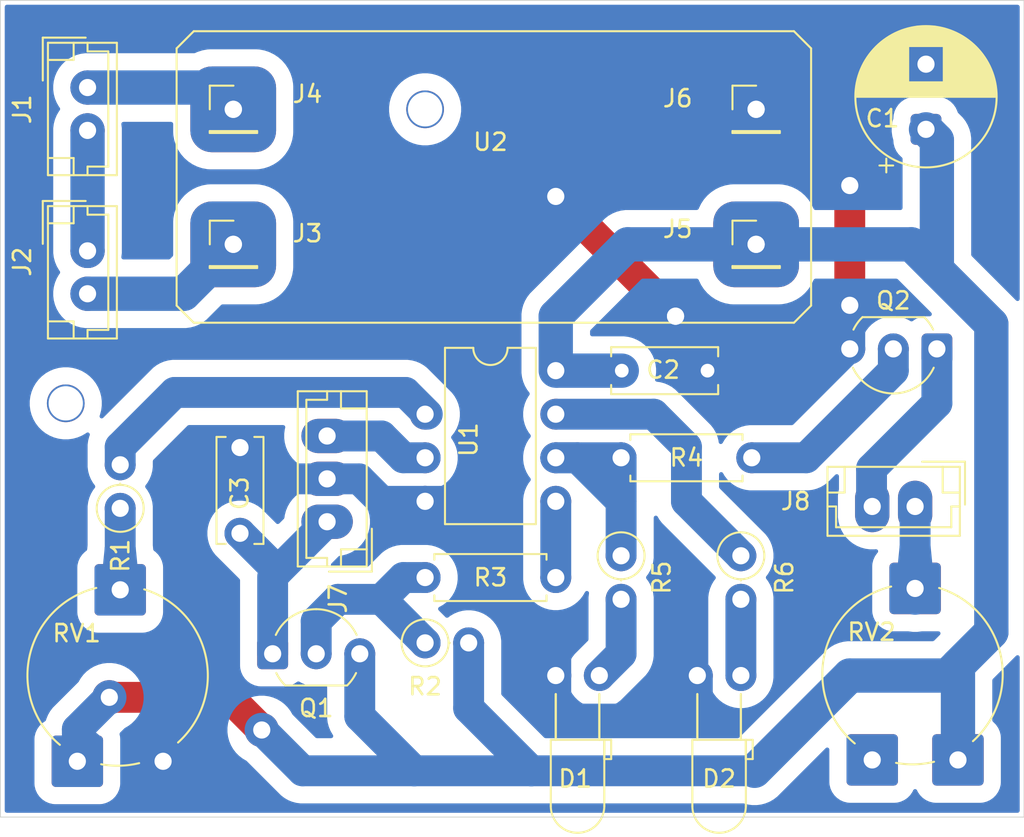
<source format=kicad_pcb>
(kicad_pcb (version 20241229) (generator "pcbnew") (generator_version "9.0")
  (layers (0 "F.Cu" signal) (2 "B.Cu" signal) (13 "F.Paste" user) (15 "B.Paste" user) (5 "F.SilkS" user "F.Silkscreen") (7 "B.SilkS" user "B.Silkscreen") (1 "F.Mask" user) (3 "B.Mask" user) (25 "Edge.Cuts" user))
  (net 0 "")
  (net 1 "GND")
  (net 2 "+5V")
  (net 3 "Net-(D1-A)")
  (net 4 "VBAT+")
  (net 5 "VIN-")
  (net 6 "VIN+")
  (net 7 "MIC_OUT")
  (net 8 "Net-(Q1-B)")
  (net 9 "Net-(Q2-B)")
  (net 10 "MIC_ENABLE")
  (net 11 "Net-(D2-A)")
  (net 12 "Net-(R1-Pad1)")
  (net 13 "THRESHOLD")
  (net 14 "BUZZ+LED1")
  (net 15 "LED2")
  (net 17 "Net-(J7-Pin_1)")
  (net 18 "Net-(J8-Pin_2)")
  (net 19 "Net-(J8-Pin_1)")
  (footprint "Package_DIP:DIP-8_W7.62mm" (layer "F.Cu") (at 147.574 81.661)
    (property "Reference" "U1" (at 2.54 4.025 90) (layer "F.SilkS"))
    (property "Value" "ATtiny85")
    (pad "2" thru_hole circle (at 0 2.54) (size 1.8 1.8) (drill 1) (layers "*.Cu" "*.Mask") (net 13 "THRESHOLD"))
    (pad "3" thru_hole circle (at 0 5.08) (size 1.8 1.8) (drill 1) (layers "*.Cu" "*.Mask") (net 7 "MIC_OUT"))
    (pad "4" thru_hole circle (at 0 7.62) (size 1.8 1.8) (drill 1) (layers "*.Cu" "*.Mask") (net 1 "GND"))
    (pad "5" thru_hole circle (at 7.62 7.62) (size 1.8 1.8) (drill 1) (layers "*.Cu" "*.Mask") (net 10 "MIC_ENABLE"))
    (pad "6" thru_hole circle (at 7.62 5.08) (size 1.8 1.8) (drill 1) (layers "*.Cu" "*.Mask") (net 14 "BUZZ+LED1"))
    (pad "7" thru_hole circle (at 7.62 2.54) (size 1.8 1.8) (drill 1) (layers "*.Cu" "*.Mask") (net 15 "LED2"))
    (pad "8" thru_hole circle (at 7.62 0) (size 1.8 1.8) (drill 1) (layers "*.Cu" "*.Mask") (net 2 "+5V"))
  )
  (footprint "Connector_JST:JST_EH_B2B-EH-A_1x02_P2.50mm_Vertical" (layer "F.Cu") (at 176.149 89.581 180)
    (property "Reference" "J8" (at 6.965 0.3 0) (layer "F.SilkS"))
    (property "Value" "BUZZER")
    (pad "1" thru_hole oval (at 0 0 180) (size 2 3) (drill 1) (layers "*.Cu" "*.Mask") (net 19 "Net-(J8-Pin_1)"))
    (pad "2" thru_hole oval (at 2.5 0 180) (size 2 3) (drill 1) (layers "*.Cu" "*.Mask") (net 18 "Net-(J8-Pin_2)"))
  )
  (footprint "Resistor_THT:R_Axial_DIN0207_L6.3mm_D2.5mm_P7.62mm_Horizontal" (layer "F.Cu") (at 155.194 93.726 180)
    (property "Reference" "R3" (at 3.81 0 0) (layer "F.SilkS"))
    (property "Value" "10K" (hide yes))
    (pad "1" thru_hole circle (at 0 0 180) (size 1.8 1.8) (drill 1) (layers "*.Cu" "*.Mask") (net 10 "MIC_ENABLE"))
    (pad "2" thru_hole circle (at 7.62 0 180) (size 1.8 1.8) (drill 1) (layers "*.Cu" "*.Mask") (net 8 "Net-(Q1-B)"))
  )
  (footprint "Capacitor_THT:C_Disc_D6.0mm_W2.5mm_P5.00mm" (layer "F.Cu") (at 136.779 86.146 -90)
    (property "Reference" "C3" (at 2.667 0.019 90) (layer "F.SilkS"))
    (property "Value" "100nF" (hide yes))
    (pad "1" thru_hole circle (at 0 0 270) (size 1.8 1.8) (drill 1) (layers "*.Cu" "*.Mask") (net 1 "GND"))
    (pad "2" thru_hole circle (at 5 0 270) (size 1.8 1.8) (drill 1) (layers "*.Cu" "*.Mask") (net 17 "Net-(J7-Pin_1)"))
  )
  (footprint "Resistor_THT:R_Axial_DIN0207_L6.3mm_D2.5mm_P2.54mm_Vertical" (layer "F.Cu") (at 147.574 97.536)
    (property "Reference" "R2" (at 0 2.54 180) (layer "F.SilkS"))
    (property "Value" "100K" (hide yes))
    (pad "1" thru_hole circle (at 0 0) (size 1.8 1.8) (drill 1) (layers "*.Cu" "*.Mask") (net 8 "Net-(Q1-B)"))
    (pad "2" thru_hole circle (at 2.54 0) (size 1.8 1.8) (drill 1) (layers "*.Cu" "*.Mask") (net 2 "+5V"))
  )
  (footprint "Custom:DC_Boost_Converter_MT3608_Module" (layer "F.Cu") (at 151.384 70.866)
    (property "Reference" "U2" (at 0 -2.54 0) (layer "F.SilkS"))
    (property "Value" "MT3608_Module")
    (pad "1" thru_hole roundrect (at -15 3.429) (size 5 5) (drill 1) (layers "*.Cu" "*.Mask") (net 6 "VIN+"))
    (pad "2" thru_hole roundrect (at -15 -4.445) (size 5 5) (drill 1) (layers "*.Cu" "*.Mask") (net 5 "VIN-"))
    (pad "3" thru_hole roundrect (at 15.494 -4.445) (size 5 5) (drill 1) (layers "*.Cu" "*.Mask") (net 1 "GND"))
    (pad "4" thru_hole roundrect (at 15.494 3.429) (size 5 5) (drill 1) (layers "*.Cu" "*.Mask") (net 2 "+5V"))
  )
  (footprint "Connector_JST:JST_EH_B3B-EH-A_1x03_P2.50mm_Vertical" (layer "F.Cu") (at 141.859 90.471 90)
    (property "Reference" "J7" (at -4.485 0.635 90) (layer "F.SilkS"))
    (property "Value" "KY-037")
    (pad "1" thru_hole oval (at 0 0 90) (size 2 3) (drill 1) (layers "*.Cu" "*.Mask") (net 17 "Net-(J7-Pin_1)"))
    (pad "2" thru_hole oval (at 2.5 0 90) (size 2 3) (drill 1) (layers "*.Cu" "*.Mask") (net 1 "GND"))
    (pad "3" thru_hole oval (at 5 0 90) (size 2 3) (drill 1) (layers "*.Cu" "*.Mask") (net 7 "MIC_OUT"))
  )
  (footprint "LED_THT:LED_D3.0mm_Horizontal_O3.81mm_Z6.0mm" (layer "F.Cu") (at 155.194 99.441)
    (property "Reference" "D1" (at 1.135 6.02 0) (layer "F.SilkS"))
    (property "Value" "LED" (hide yes))
    (pad "1" thru_hole circle (at 0 0) (size 1.8 1.8) (drill 1) (layers "*.Cu" "*.Mask") (net 1 "GND"))
    (pad "2" thru_hole circle (at 2.54 0) (size 1.8 1.8) (drill 1) (layers "*.Cu" "*.Mask") (net 3 "Net-(D1-A)"))
  )
  (footprint "MountingHole:MountingHole_2.2mm_M2_ISO7380" (layer "F.Cu") (at 126.619 83.566)
    (property "Reference" "H2" (hide yes))
    (property "Value" "MountingHole" (hide yes))
    (pad "" np_thru_hole circle (at 0 0) (size 2.2 2.2) (drill 2) (layers "*.Cu" "*.Mask"))
  )
  (footprint "Capacitor_THT:CP_Radial_D8.0mm_P3.80mm" (layer "F.Cu") (at 176.784 67.588651 90)
    (property "Reference" "C1" (at 0.635 -2.54 180) (layer "F.SilkS"))
    (property "Value" "100uF" (hide yes))
    (pad "1" thru_hole roundrect (at 0 0 90) (size 1.8 1.8) (drill 1) (layers "*.Cu" "*.Mask") (roundrect_rratio 0.15625) (net 2 "+5V"))
    (pad "2" thru_hole circle (at 3.8 0 90) (size 1.8 1.8) (drill 1) (layers "*.Cu" "*.Mask") (net 1 "GND"))
  )
  (footprint "Resistor_THT:R_Axial_DIN0207_L6.3mm_D2.5mm_P2.54mm_Vertical" (layer "F.Cu") (at 165.989 92.456 -90)
    (property "Reference" "R6" (at 1.27 -2.54 90) (layer "F.SilkS"))
    (property "Value" "2K" (hide yes))
    (pad "1" thru_hole circle (at 0 0 270) (size 1.8 1.8) (drill 1) (layers "*.Cu" "*.Mask") (net 15 "LED2"))
    (pad "2" thru_hole circle (at 2.54 0 270) (size 1.8 1.8) (drill 1) (layers "*.Cu" "*.Mask") (net 11 "Net-(D2-A)"))
  )
  (footprint "Custom:Trimmer_Piher_PT10-V10_Vertical" (layer "F.Cu") (at 132.294 104.441 90)
    (property "Reference" "RV1" (at 7.46 -5.04 0) (layer "F.SilkS"))
    (property "Value" "5K" (hide yes))
    (pad "1" thru_hole roundrect (at 0 0 90) (size 3 3) (drill 1) (layers "*.Cu" "*.Mask") (roundrect_rratio 0.08333333333) (net 1 "GND"))
    (pad "2" thru_hole roundrect (at 10 -2.5 90) (size 3 3) (drill 1) (layers "*.Cu" "*.Mask") (roundrect_rratio 0.08333333333) (net 12 "Net-(R1-Pad1)"))
    (pad "3" thru_hole roundrect (at 0 -5 90) (size 3 3) (drill 1) (layers "*.Cu" "*.Mask") (roundrect_rratio 0.08333333333) (net 2 "+5V"))
  )
  (footprint "Capacitor_THT:C_Disc_D6.0mm_W2.5mm_P5.00mm" (layer "F.Cu") (at 159.044 81.661)
    (property "Reference" "C2" (at 2.41 -0.045 0) (layer "F.SilkS"))
    (property "Value" "100nF" (hide yes))
    (pad "1" thru_hole circle (at 0 0) (size 1.6 1.6) (drill 0.8) (layers "*.Cu" "*.Mask") (net 2 "+5V"))
    (pad "2" thru_hole circle (at 5 0) (size 1.6 1.6) (drill 0.8) (layers "*.Cu" "*.Mask") (net 1 "GND"))
  )
  (footprint "Connector_PinHeader_2.54mm:PinHeader_1x01_P2.54mm_Vertical" (layer "F.Cu") (at 166.878 66.421)
    (property "Reference" "J6" (at -4.572 -0.635 0) (layer "F.SilkS"))
    (property "Value" "VOUT-")
    (pad "1" thru_hole roundrect (at 0 0) (size 2 2) (drill 1) (layers "*.Cu" "*.Mask") (roundrect_rratio 0.125) (net 1 "GND"))
  )
  (footprint "LED_THT:LED_D3.0mm_Horizontal_O3.81mm_Z6.0mm" (layer "F.Cu") (at 163.449 99.441)
    (property "Reference" "D2" (at 1.27 6.02 0) (layer "F.SilkS"))
    (property "Value" "LED" (hide yes))
    (pad "1" thru_hole circle (at 0 0) (size 1.8 1.8) (drill 1) (layers "*.Cu" "*.Mask") (net 1 "GND"))
    (pad "2" thru_hole circle (at 2.54 0) (size 1.8 1.8) (drill 1) (layers "*.Cu" "*.Mask") (net 11 "Net-(D2-A)"))
  )
  (footprint "Custom:Trimmer_Piher_PT10-V10_Vertical" (layer "F.Cu") (at 178.649 104.361 90)
    (property "Reference" "RV2" (at 7.46 -5.04 180) (layer "F.SilkS"))
    (property "Value" "500" (hide yes))
    (pad "1" thru_hole roundrect (at 0 0 90) (size 3 3) (drill 1) (layers "*.Cu" "*.Mask") (roundrect_rratio 0.08333333333) (net 2 "+5V"))
    (pad "2" thru_hole roundrect (at 10 -2.5 90) (size 3 3) (drill 1) (layers "*.Cu" "*.Mask") (roundrect_rratio 0.08333333333) (net 19 "Net-(J8-Pin_1)"))
    (pad "3" thru_hole roundrect (at 0 -5 90) (size 3 3) (drill 1) (layers "*.Cu" "*.Mask") (roundrect_rratio 0.08333333333))
  )
  (footprint "Resistor_THT:R_Axial_DIN0207_L6.3mm_D2.5mm_P2.54mm_Vertical" (layer "F.Cu") (at 159.004 92.456 -90)
    (property "Reference" "R5" (at 1.27 -2.37 90) (layer "F.SilkS"))
    (property "Value" "2K" (hide yes))
    (pad "1" thru_hole circle (at 0 0 270) (size 1.8 1.8) (drill 1) (layers "*.Cu" "*.Mask") (net 14 "BUZZ+LED1"))
    (pad "2" thru_hole circle (at 2.54 0 270) (size 1.8 1.8) (drill 1) (layers "*.Cu" "*.Mask") (net 3 "Net-(D1-A)"))
  )
  (footprint "Connector_JST:JST_EH_B2B-EH-A_1x02_P2.50mm_Vertical" (layer "F.Cu") (at 127.889 65.151 -90)
    (property "Reference" "J1" (at 1.27 3.81 90) (layer "F.SilkS"))
    (property "Value" "TP4056")
    (pad "1" thru_hole circle (at 0 0 270) (size 2 2) (drill 1) (layers "*.Cu" "*.Mask") (net 5 "VIN-"))
    (pad "2" thru_hole oval (at 2.5 0 270) (size 2 2) (drill 1) (layers "*.Cu" "*.Mask") (net 4 "VBAT+"))
  )
  (footprint "MountingHole:MountingHole_2.2mm_M2_ISO7380" (layer "F.Cu") (at 147.574 66.421)
    (property "Reference" "H1" (hide yes))
    (property "Value" "MountingHole" (hide yes))
    (pad "" np_thru_hole circle (at 0 0) (size 2.2 2.2) (drill 2) (layers "*.Cu" "*.Mask"))
  )
  (footprint "Connector_PinHeader_2.54mm:PinHeader_1x01_P2.54mm_Vertical" (layer "F.Cu") (at 136.398 74.295)
    (property "Reference" "J3" (at 4.318 -0.635 0) (layer "F.SilkS"))
    (property "Value" "VIN+")
    (pad "1" thru_hole roundrect (at 0 0) (size 2 2) (drill 1) (layers "*.Cu" "*.Mask") (roundrect_rratio 0.125) (net 6 "VIN+"))
  )
  (footprint "Package_TO_SOT_THT:TO-92_Inline_Wide" (layer "F.Cu") (at 138.684 98.171)
    (property "Reference" "Q1" (at 2.54 3.175 0) (layer "F.SilkS"))
    (property "Value" "BC557" (hide yes))
    (pad "1" thru_hole roundrect (at 0 0) (size 1.8 1.8) (drill 1) (layers "*.Cu" "*.Mask") (roundrect_rratio 0.1388888889) (net 17 "Net-(J7-Pin_1)"))
    (pad "2" thru_hole circle (at 2.54 0) (size 1.8 1.8) (drill 1) (layers "*.Cu" "*.Mask") (net 8 "Net-(Q1-B)"))
    (pad "3" thru_hole circle (at 5.08 0) (size 1.8 1.8) (drill 1) (layers "*.Cu" "*.Mask") (net 2 "+5V"))
  )
  (footprint "Connector_PinHeader_2.54mm:PinHeader_1x01_P2.54mm_Vertical" (layer "F.Cu") (at 136.398 66.421)
    (property "Reference" "J4" (at 4.318 -0.889 0) (layer "F.SilkS"))
    (property "Value" "VIN-")
    (pad "1" thru_hole roundrect (at 0 0) (size 2 2) (drill 1) (layers "*.Cu" "*.Mask") (roundrect_rratio 0.125) (net 5 "VIN-"))
  )
  (footprint "Package_TO_SOT_THT:TO-92_Inline_Wide" (layer "F.Cu") (at 177.419 80.391 180)
    (property "Reference" "Q2" (at 2.54 2.815 0) (layer "F.SilkS"))
    (property "Value" "BC547" (hide yes))
    (pad "1" thru_hole roundrect (at 0 0 180) (size 1.8 1.8) (drill 1) (layers "*.Cu" "*.Mask") (roundrect_rratio 0.1666666667) (net 18 "Net-(J8-Pin_2)"))
    (pad "2" thru_hole circle (at 2.54 0 180) (size 1.8 1.8) (drill 1) (layers "*.Cu" "*.Mask") (net 9 "Net-(Q2-B)"))
    (pad "3" thru_hole circle (at 5.08 0 180) (size 1.8 1.8) (drill 1) (layers "*.Cu" "*.Mask") (net 1 "GND"))
  )
  (footprint "Resistor_THT:R_Axial_DIN0207_L6.3mm_D2.5mm_P7.62mm_Horizontal" (layer "F.Cu") (at 159.004 86.741)
    (property "Reference" "R4" (at 3.81 0 0) (layer "F.SilkS"))
    (property "Value" "1K" (hide yes))
    (pad "1" thru_hole circle (at 0 0) (size 1.8 1.8) (drill 1) (layers "*.Cu" "*.Mask") (net 14 "BUZZ+LED1"))
    (pad "2" thru_hole circle (at 7.62 0) (size 1.8 1.8) (drill 1) (layers "*.Cu" "*.Mask") (net 9 "Net-(Q2-B)"))
  )
  (footprint "Resistor_THT:R_Axial_DIN0207_L6.3mm_D2.5mm_P2.54mm_Vertical" (layer "F.Cu") (at 129.794 89.691 90)
    (property "Reference" "R1" (at -2.764 0.015 90) (layer "F.SilkS"))
    (property "Value" "470" (hide yes))
    (pad "1" thru_hole circle (at 0 0 90) (size 1.8 1.8) (drill 1) (layers "*.Cu" "*.Mask") (net 12 "Net-(R1-Pad1)"))
    (pad "2" thru_hole circle (at 2.54 0 90) (size 1.8 1.8) (drill 1) (layers "*.Cu" "*.Mask") (net 13 "THRESHOLD"))
  )
  (footprint "Connector_PinHeader_2.54mm:PinHeader_1x01_P2.54mm_Vertical" (layer "F.Cu") (at 166.878 74.295)
    (property "Reference" "J5" (at -4.572 -0.889 0) (layer "F.SilkS"))
    (property "Value" "VOUT+")
    (pad "1" thru_hole roundrect (at 0 0) (size 2 2) (drill 1) (layers "*.Cu" "*.Mask") (roundrect_rratio 0.125) (net 2 "+5V"))
  )
  (footprint "Connector_JST:JST_EH_B2B-EH-A_1x02_P2.50mm_Vertical" (layer "F.Cu") (at 127.889 74.676 -90)
    (property "Reference" "J2" (at 0.635 3.81 90) (layer "F.SilkS"))
    (property "Value" "ON_OFF")
    (pad "1" thru_hole circle (at 0 0 270) (size 2 2) (drill 1) (layers "*.Cu" "*.Mask") (net 4 "VBAT+"))
    (pad "2" thru_hole circle (at 2.5 0 270) (size 2 2) (drill 1) (layers "*.Cu" "*.Mask") (net 6 "VIN+"))
  )
  (gr_line (start 182.499 107.696) (end 122.809 107.696) (stroke (width 0.05)) (layer "Edge.Cuts"))
  (gr_line (start 182.499 60.071) (end 182.499 107.696) (stroke (width 0.05)) (layer "Edge.Cuts"))
  (gr_line (start 122.809 107.696) (end 122.809 60.071) (stroke (width 0.05)) (layer "Edge.Cuts"))
  (gr_line (start 122.809 60.071) (end 182.499 60.071) (stroke (width 0.05)) (layer "Edge.Cuts"))
  (segment (start 162.179 78.486) (end 155.194 71.501) (width 1.8) (layer "F.Cu") (net 1))
  (segment (start 172.339 77.851) (end 172.339 70.866) (width 1.8) (layer "F.Cu") (net 1))
  (via (at 162.179 78.486) (size 2) (drill 1) (layers "F.Cu" "B.Cu") (net 1))
  (via (at 155.194 71.501) (size 2) (drill 1) (layers "F.Cu" "B.Cu") (net 1))
  (via (at 172.339 70.866) (size 2) (drill 1) (layers "F.Cu" "B.Cu") (net 1))
  (via (at 172.339 77.851) (size 2) (drill 1) (layers "F.Cu" "B.Cu") (net 1))
  (via (at 162.179 78.486) (size 2) (drill 1) (layers "F.Cu" "B.Cu") (net 1))
  (segment (start 152.019 94.996) (end 155.194 98.171) (width 1.8) (layer "B.Cu") (net 1))
  (segment (start 147.574 89.281) (end 149.479 89.281) (width 1.8) (layer "B.Cu") (net 1))
  (segment (start 160.274 66.421) (end 166.878 66.421) (width 1.8) (layer "B.Cu") (net 1))
  (segment (start 143.724 87.971) (end 145.034 89.281) (width 1.8) (layer "B.Cu") (net 1))
  (segment (start 169.510349 63.788651) (end 166.878 66.421) (width 1.8) (layer "B.Cu") (net 1))
  (segment (start 170.434 79.756) (end 168.529 81.661) (width 1.8) (layer "B.Cu") (net 1))
  (segment (start 135.469 86.146) (end 133.604 88.011) (width 1.8) (layer "B.Cu") (net 1))
  (segment (start 152.019 86.741) (end 149.479 89.281) (width 1.8) (layer "B.Cu") (net 1))
  (segment (start 155.829 101.981) (end 162.179 101.981) (width 1.8) (layer "B.Cu") (net 1))
  (segment (start 149.479 89.281) (end 152.019 91.821) (width 1.8) (layer "B.Cu") (net 1))
  (segment (start 133.604 103.131) (end 132.294 104.441) (width 1.8) (layer "B.Cu") (net 1))
  (segment (start 133.604 88.011) (end 133.604 103.131) (width 1.8) (layer "B.Cu") (net 1))
  (segment (start 172.339 80.391) (end 172.339 77.851) (width 1.8) (layer "B.Cu") (net 1))
  (segment (start 155.5115 71.1835) (end 160.274 66.421) (width 1.8) (layer "B.Cu") (net 1))
  (segment (start 155.194 101.346) (end 155.829 101.981) (width 1.8) (layer "B.Cu") (net 1))
  (segment (start 168.529 81.661) (end 164.044 81.661) (width 1.8) (layer "B.Cu") (net 1))
  (segment (start 163.449 100.711) (end 163.449 99.441) (width 1.8) (layer "B.Cu") (net 1))
  (segment (start 139.239 87.931) (end 137.414 86.106) (width 1.8) (layer "B.Cu") (net 1))
  (segment (start 139.239 87.971) (end 139.239 87.931) (width 1.8) (layer "B.Cu") (net 1))
  (segment (start 155.194 98.171) (end 155.194 99.441) (width 1.8) (layer "B.Cu") (net 1))
  (segment (start 166.878 66.421) (end 167.894 66.421) (width 1.8) (layer "B.Cu") (net 1))
  (segment (start 152.019 74.676) (end 152.019 86.741) (width 1.8) (layer "B.Cu") (net 1))
  (segment (start 137.414 86.106) (end 137.374 86.146) (width 1.8) (layer "B.Cu") (net 1))
  (segment (start 155.194 99.441) (end 155.194 101.346) (width 1.8) (layer "B.Cu") (net 1))
  (segment (start 176.784 63.788651) (end 169.510349 63.788651) (width 1.8) (layer "B.Cu") (net 1))
  (segment (start 164.044 81.661) (end 164.044 80.351) (width 1.8) (layer "B.Cu") (net 1))
  (segment (start 164.044 80.351) (end 162.179 78.486) (width 1.8) (layer "B.Cu") (net 1))
  (segment (start 152.019 91.821) (end 152.019 94.996) (width 1.8) (layer "B.Cu") (net 1))
  (segment (start 141.859 87.971) (end 139.239 87.971) (width 1.8) (layer "B.Cu") (net 1))
  (segment (start 145.034 89.281) (end 147.574 89.281) (width 1.8) (layer "B.Cu") (net 1))
  (segment (start 172.339 77.851) (end 170.434 79.756) (width 1.8) (layer "B.Cu") (net 1))
  (segment (start 137.374 86.146) (end 135.469 86.146) (width 1.8) (layer "B.Cu") (net 1))
  (segment (start 162.179 101.981) (end 163.449 100.711) (width 1.8) (layer "B.Cu") (net 1))
  (segment (start 141.859 87.971) (end 143.724 87.971) (width 1.8) (layer "B.Cu") (net 1))
  (segment (start 167.894 66.421) (end 172.339 70.866) (width 1.8) (layer "B.Cu") (net 1))
  (segment (start 155.5115 71.1835) (end 152.019 74.676) (width 1.8) (layer "B.Cu") (net 1))
  (segment (start 136.144 100.711) (end 138.049 102.616) (width 1.8) (layer "F.Cu") (net 2))
  (segment (start 129.159 100.711) (end 136.144 100.711) (width 1.8) (layer "F.Cu") (net 2))
  (via (at 138.049 102.616) (size 2) (drill 1) (layers "F.Cu" "B.Cu") (net 2))
  (via (at 129.159 100.711) (size 2) (drill 1) (layers "F.Cu" "B.Cu") (net 2))
  (segment (start 143.764 101.821) (end 146.939 104.996) (width 1.8) (layer "B.Cu") (net 2))
  (segment (start 127.294 104.441) (end 127.294 102.576) (width 1.8) (layer "B.Cu") (net 2))
  (segment (start 172.339 99.441) (end 178.054 99.441) (width 2) (layer "B.Cu") (net 2))
  (segment (start 143.764 98.171) (end 143.764 101.821) (width 1.8) (layer "B.Cu") (net 2))
  (segment (start 166.784 104.996) (end 172.339 99.441) (width 2) (layer "B.Cu") (net 2))
  (segment (start 155.194 78.486) (end 155.194 81.661) (width 2) (layer "B.Cu") (net 2))
  (segment (start 127.294 102.576) (end 129.159 100.711) (width 1.8) (layer "B.Cu") (net 2))
  (segment (start 146.939 104.996) (end 153.764 104.996) (width 1.8) (layer "B.Cu") (net 2))
  (segment (start 177.419 68.223651) (end 176.784 67.588651) (width 2) (layer "B.Cu") (net 2))
  (segment (start 140.429 104.996) (end 146.939 104.996) (width 1.8) (layer "B.Cu") (net 2))
  (segment (start 138.049 102.616) (end 140.429 104.996) (width 1.8) (layer "B.Cu") (net 2))
  (segment (start 180.594 96.901) (end 180.594 78.954) (width 2) (layer "B.Cu") (net 2))
  (segment (start 180.594 78.954) (end 177.419 75.779) (width 2) (layer "B.Cu") (net 2))
  (segment (start 177.419 75.779) (end 177.419 68.223651) (width 2) (layer "B.Cu") (net 2))
  (segment (start 178.649 98.846) (end 178.649 104.361) (width 2) (layer "B.Cu") (net 2))
  (segment (start 127.294 104.996) (end 127.294 103.846) (width 1.8) (layer "B.Cu") (net 2))
  (segment (start 155.321 81.661) (end 159.044 81.661) (width 2) (layer "B.Cu") (net 2))
  (segment (start 180.594 96.901) (end 178.649 98.846) (width 2) (layer "B.Cu") (net 2))
  (segment (start 150.114 101.346) (end 153.764 104.996) (width 1.8) (layer "B.Cu") (net 2))
  (segment (start 153.764 104.996) (end 166.784 104.996) (width 1.8) (layer "B.Cu") (net 2))
  (segment (start 178.054 99.441) (end 180.594 96.901) (width 2) (layer "B.Cu") (net 2))
  (segment (start 159.385 74.295) (end 155.194 78.486) (width 2) (layer "B.Cu") (net 2))
  (segment (start 177.419 75.779) (end 175.935 74.295) (width 2) (layer "B.Cu") (net 2))
  (segment (start 150.114 97.536) (end 150.114 101.346) (width 1.8) (layer "B.Cu") (net 2))
  (segment (start 175.935 74.295) (end 159.385 74.295) (width 2) (layer "B.Cu") (net 2))
  (segment (start 159.004 98.171) (end 157.734 99.441) (width 1.8) (layer "B.Cu") (net 3))
  (segment (start 159.004 94.996) (end 159.004 98.171) (width 1.8) (layer "B.Cu") (net 3))
  (segment (start 127.889 67.651) (end 127.889 74.676) (width 2) (layer "B.Cu") (net 4))
  (segment (start 135.114 65.151) (end 127.889 65.151) (width 2) (layer "B.Cu") (net 5))
  (segment (start 137.654 66.421) (end 136.384 65.151) (width 1.8) (layer "B.Cu") (net 5))
  (segment (start 127.889 77.176) (end 133.503 77.176) (width 2) (layer "B.Cu") (net 6))
  (segment (start 133.503 77.176) (end 136.384 74.295) (width 2) (layer "B.Cu") (net 6))
  (segment (start 146.304 86.741) (end 145.034 85.471) (width 1.8) (layer "B.Cu") (net 7))
  (segment (start 147.574 86.741) (end 146.304 86.741) (width 1.8) (layer "B.Cu") (net 7))
  (segment (start 145.034 85.471) (end 141.859 85.471) (width 1.8) (layer "B.Cu") (net 7))
  (segment (start 142.494 94.996) (end 145.034 94.996) (width 1.8) (layer "B.Cu") (net 8))
  (segment (start 141.224 98.171) (end 141.224 96.266) (width 1.8) (layer "B.Cu") (net 8))
  (segment (start 145.034 94.996) (end 146.304 93.726) (width 1.8) (layer "B.Cu") (net 8))
  (segment (start 145.034 94.996) (end 147.574 97.536) (width 1.8) (layer "B.Cu") (net 8))
  (segment (start 141.224 96.266) (end 142.494 94.996) (width 1.8) (layer "B.Cu") (net 8))
  (segment (start 146.304 93.726) (end 147.574 93.726) (width 1.8) (layer "B.Cu") (net 8))
  (segment (start 174.879 80.391) (end 174.879 81.661) (width 1.8) (layer "B.Cu") (net 9))
  (segment (start 169.799 86.741) (end 166.624 86.741) (width 1.8) (layer "B.Cu") (net 9))
  (segment (start 174.879 81.661) (end 169.799 86.741) (width 1.8) (layer "B.Cu") (net 9))
  (segment (start 155.194 93.726) (end 155.194 89.281) (width 1.8) (layer "B.Cu") (net 10))
  (segment (start 165.989 99.441) (end 165.989 94.996) (width 1.8) (layer "B.Cu") (net 11))
  (segment (start 129.794 94.996) (end 129.794 89.691) (width 1.8) (layer "B.Cu") (net 12))
  (segment (start 129.794 87.151) (end 129.794 86.106) (width 1.8) (layer "B.Cu") (net 13))
  (segment (start 146.431 82.931) (end 132.969 82.931) (width 1.8) (layer "B.Cu") (net 13))
  (segment (start 147.701 84.201) (end 146.431 82.931) (width 1.8) (layer "B.Cu") (net 13))
  (segment (start 132.969 82.931) (end 129.794 86.106) (width 1.8) (layer "B.Cu") (net 13))
  (segment (start 159.004 92.456) (end 159.004 89.281) (width 1.8) (layer "B.Cu") (net 14))
  (segment (start 159.004 89.281) (end 159.004 86.741) (width 1.8) (layer "B.Cu") (net 14))
  (segment (start 155.194 86.741) (end 156.464 86.741) (width 1.8) (layer "B.Cu") (net 14))
  (segment (start 156.464 86.741) (end 159.004 89.281) (width 1.8) (layer "B.Cu") (net 14))
  (segment (start 155.194 86.741) (end 159.004 86.741) (width 1.8) (layer "B.Cu") (net 14))
  (segment (start 160.909 84.201) (end 162.814 86.106) (width 1.8) (layer "B.Cu") (net 15))
  (segment (start 162.814 89.281) (end 162.814 86.106) (width 1.8) (layer "B.Cu") (net 15))
  (segment (start 165.989 92.456) (end 162.814 89.281) (width 1.8) (layer "B.Cu") (net 15))
  (segment (start 155.321 84.201) (end 160.909 84.201) (width 1.8) (layer "B.Cu") (net 15))
  (segment (start 138.684 98.171) (end 138.684 93.686) (width 1.8) (layer "B.Cu") (net 17))
  (segment (start 138.9615 93.3685) (end 141.859 90.471) (width 1.8) (layer "B.Cu") (net 17))
  (segment (start 136.779 91.146) (end 138.9615 93.3285) (width 1.8) (layer "B.Cu") (net 17))
  (segment (start 138.9615 93.3285) (end 138.9615 93.3685) (width 1.8) (layer "B.Cu") (net 17))
  (segment (start 177.419 83.566) (end 177.419 80.391) (width 1.8) (layer "B.Cu") (net 18))
  (segment (start 173.609 87.376) (end 177.419 83.566) (width 1.8) (layer "B.Cu") (net 18))
  (segment (start 173.609 89.581) (end 173.609 87.376) (width 1.8) (layer "B.Cu") (net 18))
  (segment (start 176.149 94.996) (end 176.149 90.256) (width 1.8) (layer "B.Cu") (net 19))
  (zone (net 1) (net_name "GND") (layer "B.Cu") (name "GND") (connect_pads yes (clearance 1)) (min_thickness 0.25) (fill yes (thermal_gap 0.5) (thermal_bridge_width 0.5))
    (polygon (pts (xy 122.809 60.071) (xy 122.809 107.696) (xy 182.499 107.696) (xy 182.499 60.071)))
  )
)
</source>
